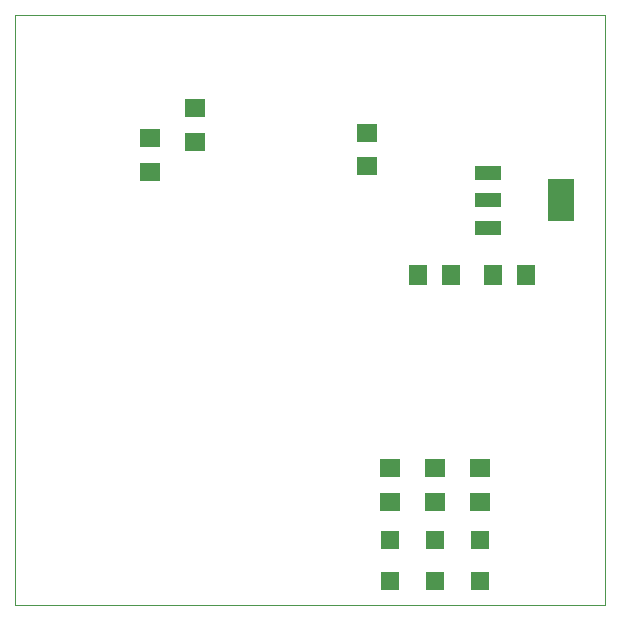
<source format=gtp>
G75*
G70*
%OFA0B0*%
%FSLAX24Y24*%
%IPPOS*%
%LPD*%
%AMOC8*
5,1,8,0,0,1.08239X$1,22.5*
%
%ADD10C,0.0000*%
%ADD11R,0.0880X0.0480*%
%ADD12R,0.0866X0.1417*%
%ADD13R,0.0591X0.0591*%
%ADD14R,0.0710X0.0630*%
%ADD15R,0.0630X0.0709*%
%ADD16R,0.0709X0.0630*%
D10*
X001683Y001189D02*
X001683Y020874D01*
X021368Y020874D01*
X021368Y001189D01*
X001683Y001189D01*
D11*
X017463Y013779D03*
X017463Y014689D03*
X017463Y015599D03*
D12*
X019903Y014689D03*
D13*
X017183Y003378D03*
X017183Y002000D03*
X015683Y002000D03*
X015683Y003378D03*
X014183Y003378D03*
X014183Y002000D03*
D14*
X014183Y004629D03*
X014183Y005749D03*
X015683Y005749D03*
X015683Y004629D03*
X017183Y004629D03*
X017183Y005749D03*
X007683Y016629D03*
X007683Y017749D03*
X006183Y016749D03*
X006183Y015629D03*
D15*
X015132Y012189D03*
X016234Y012189D03*
X017632Y012189D03*
X018734Y012189D03*
D16*
X013433Y015826D03*
X013433Y016928D03*
M02*

</source>
